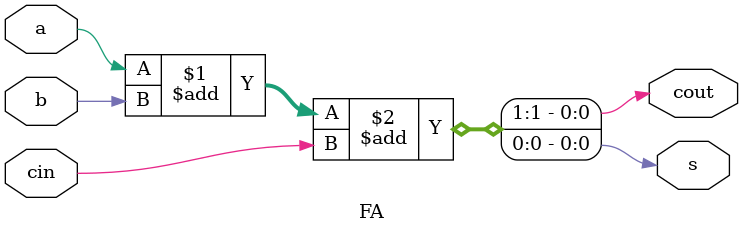
<source format=v>
`timescale 1ns / 1ps

module FA(
    input a, b, cin,
    output s, cout
    );
    
    assign {cout, s} = a + b + cin; 
    
endmodule

</source>
